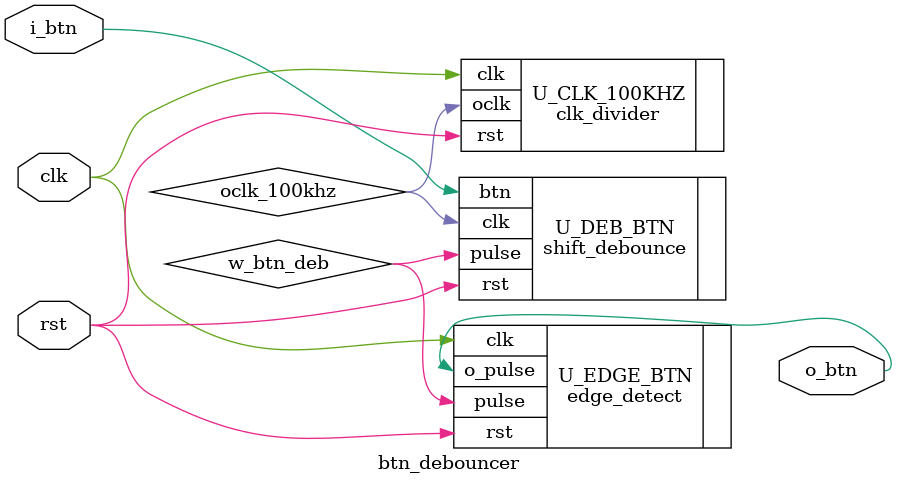
<source format=v>
`timescale 1ns / 1ps


module btn_debouncer (
    input clk,
    input rst,
    input i_btn,

    output o_btn
);

    wire oclk_100khz;
    wire w_btn_deb;

    clk_divider #(
        .FCNT(500)//500
    ) U_CLK_100KHZ (
        .clk (clk),
        .rst (rst),
        .oclk(oclk_100khz)
    );

    shift_debounce U_DEB_BTN (
        .clk(oclk_100khz),
        .rst(rst),
        .btn(i_btn),

        .pulse(w_btn_deb)
    );

    edge_detect U_EDGE_BTN (
        .clk  (clk),
        .rst  (rst),
        .pulse(w_btn_deb),

        .o_pulse(o_btn)
    );
endmodule

</source>
